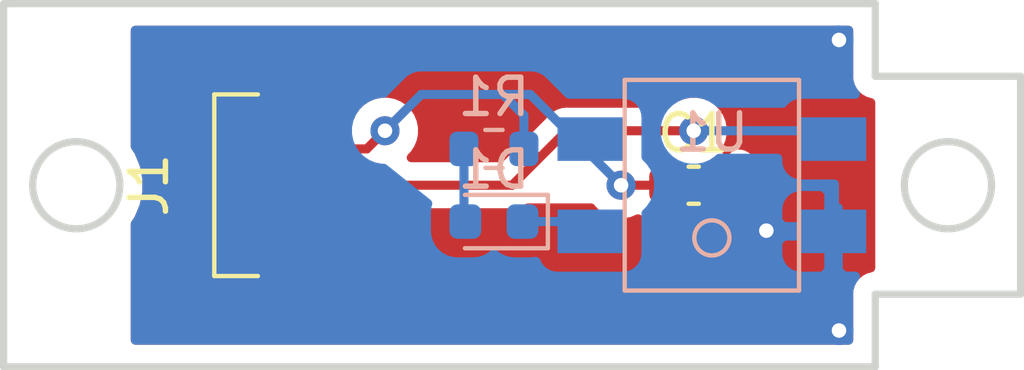
<source format=kicad_pcb>
(kicad_pcb (version 20171130) (host pcbnew "(5.1.10)-1")

  (general
    (thickness 1.6)
    (drawings 14)
    (tracks 26)
    (zones 0)
    (modules 5)
    (nets 6)
  )

  (page A4)
  (layers
    (0 F.Cu signal)
    (31 B.Cu signal)
    (32 B.Adhes user)
    (33 F.Adhes user)
    (34 B.Paste user)
    (35 F.Paste user)
    (36 B.SilkS user)
    (37 F.SilkS user)
    (38 B.Mask user)
    (39 F.Mask user)
    (40 Dwgs.User user)
    (41 Cmts.User user)
    (42 Eco1.User user)
    (43 Eco2.User user)
    (44 Edge.Cuts user)
    (45 Margin user)
    (46 B.CrtYd user)
    (47 F.CrtYd user)
    (48 B.Fab user)
    (49 F.Fab user)
  )

  (setup
    (last_trace_width 0.25)
    (user_trace_width 0.2)
    (trace_clearance 0.2)
    (zone_clearance 0.508)
    (zone_45_only no)
    (trace_min 0.2)
    (via_size 0.8)
    (via_drill 0.4)
    (via_min_size 0.4)
    (via_min_drill 0.3)
    (uvia_size 0.3)
    (uvia_drill 0.1)
    (uvias_allowed no)
    (uvia_min_size 0.2)
    (uvia_min_drill 0.1)
    (edge_width 0.05)
    (segment_width 0.2)
    (pcb_text_width 0.3)
    (pcb_text_size 1.5 1.5)
    (mod_edge_width 0.12)
    (mod_text_size 1 1)
    (mod_text_width 0.15)
    (pad_size 1.2 1.8)
    (pad_drill 0)
    (pad_to_mask_clearance 0)
    (aux_axis_origin 0 0)
    (grid_origin 100 100)
    (visible_elements 7FFFFFFF)
    (pcbplotparams
      (layerselection 0x010fc_ffffffff)
      (usegerberextensions false)
      (usegerberattributes true)
      (usegerberadvancedattributes true)
      (creategerberjobfile true)
      (excludeedgelayer true)
      (linewidth 0.100000)
      (plotframeref false)
      (viasonmask false)
      (mode 1)
      (useauxorigin false)
      (hpglpennumber 1)
      (hpglpenspeed 20)
      (hpglpendiameter 15.000000)
      (psnegative false)
      (psa4output false)
      (plotreference true)
      (plotvalue true)
      (plotinvisibletext false)
      (padsonsilk false)
      (subtractmaskfromsilk false)
      (outputformat 1)
      (mirror false)
      (drillshape 1)
      (scaleselection 1)
      (outputdirectory ""))
  )

  (net 0 "")
  (net 1 +5V)
  (net 2 GND)
  (net 3 "Net-(D1-Pad1)")
  (net 4 "Net-(D1-Pad2)")
  (net 5 "Net-(J1-Pad2)")

  (net_class Default "This is the default net class."
    (clearance 0.2)
    (trace_width 0.25)
    (via_dia 0.8)
    (via_drill 0.4)
    (uvia_dia 0.3)
    (uvia_drill 0.1)
    (add_net +5V)
    (add_net GND)
    (add_net "Net-(D1-Pad1)")
    (add_net "Net-(D1-Pad2)")
    (add_net "Net-(J1-Pad2)")
  )

  (module Capacitor_SMD:C_0603_1608Metric (layer F.Cu) (tedit 5F68FEEE) (tstamp 61F771FD)
    (at 19 5)
    (descr "Capacitor SMD 0603 (1608 Metric), square (rectangular) end terminal, IPC_7351 nominal, (Body size source: IPC-SM-782 page 76, https://www.pcb-3d.com/wordpress/wp-content/uploads/ipc-sm-782a_amendment_1_and_2.pdf), generated with kicad-footprint-generator")
    (tags capacitor)
    (path /61F613B2)
    (attr smd)
    (fp_text reference C1 (at 0 -1.43) (layer F.SilkS)
      (effects (font (size 1 1) (thickness 0.15)))
    )
    (fp_text value 0.1u (at 0 1.43) (layer F.Fab)
      (effects (font (size 1 1) (thickness 0.15)))
    )
    (fp_line (start 1.48 0.73) (end -1.48 0.73) (layer F.CrtYd) (width 0.05))
    (fp_line (start 1.48 -0.73) (end 1.48 0.73) (layer F.CrtYd) (width 0.05))
    (fp_line (start -1.48 -0.73) (end 1.48 -0.73) (layer F.CrtYd) (width 0.05))
    (fp_line (start -1.48 0.73) (end -1.48 -0.73) (layer F.CrtYd) (width 0.05))
    (fp_line (start -0.14058 0.51) (end 0.14058 0.51) (layer F.SilkS) (width 0.12))
    (fp_line (start -0.14058 -0.51) (end 0.14058 -0.51) (layer F.SilkS) (width 0.12))
    (fp_line (start 0.8 0.4) (end -0.8 0.4) (layer F.Fab) (width 0.1))
    (fp_line (start 0.8 -0.4) (end 0.8 0.4) (layer F.Fab) (width 0.1))
    (fp_line (start -0.8 -0.4) (end 0.8 -0.4) (layer F.Fab) (width 0.1))
    (fp_line (start -0.8 0.4) (end -0.8 -0.4) (layer F.Fab) (width 0.1))
    (fp_text user %R (at 0 0) (layer F.Fab)
      (effects (font (size 0.4 0.4) (thickness 0.06)))
    )
    (pad 1 smd roundrect (at -0.775 0) (size 0.9 0.95) (layers F.Cu F.Paste F.Mask) (roundrect_rratio 0.25)
      (net 1 +5V))
    (pad 2 smd roundrect (at 0.775 0) (size 0.9 0.95) (layers F.Cu F.Paste F.Mask) (roundrect_rratio 0.25)
      (net 2 GND))
    (model ${KISYS3DMOD}/Capacitor_SMD.3dshapes/C_0603_1608Metric.wrl
      (at (xyz 0 0 0))
      (scale (xyz 1 1 1))
      (rotate (xyz 0 0 0))
    )
  )

  (module Diode_SMD:D_0603_1608Metric (layer B.Cu) (tedit 5F68FEF0) (tstamp 61F771A8)
    (at 13.5 6 180)
    (descr "Diode SMD 0603 (1608 Metric), square (rectangular) end terminal, IPC_7351 nominal, (Body size source: http://www.tortai-tech.com/upload/download/2011102023233369053.pdf), generated with kicad-footprint-generator")
    (tags diode)
    (path /61F61394)
    (attr smd)
    (fp_text reference D1 (at 0 1.43) (layer B.SilkS)
      (effects (font (size 1 1) (thickness 0.15)) (justify mirror))
    )
    (fp_text value SIR19-21C/TR8 (at 0 -1.43) (layer B.Fab)
      (effects (font (size 1 1) (thickness 0.15)) (justify mirror))
    )
    (fp_line (start 1.48 -0.73) (end -1.48 -0.73) (layer B.CrtYd) (width 0.05))
    (fp_line (start 1.48 0.73) (end 1.48 -0.73) (layer B.CrtYd) (width 0.05))
    (fp_line (start -1.48 0.73) (end 1.48 0.73) (layer B.CrtYd) (width 0.05))
    (fp_line (start -1.48 -0.73) (end -1.48 0.73) (layer B.CrtYd) (width 0.05))
    (fp_line (start -1.485 -0.735) (end 0.8 -0.735) (layer B.SilkS) (width 0.12))
    (fp_line (start -1.485 0.735) (end -1.485 -0.735) (layer B.SilkS) (width 0.12))
    (fp_line (start 0.8 0.735) (end -1.485 0.735) (layer B.SilkS) (width 0.12))
    (fp_line (start 0.8 -0.4) (end 0.8 0.4) (layer B.Fab) (width 0.1))
    (fp_line (start -0.8 -0.4) (end 0.8 -0.4) (layer B.Fab) (width 0.1))
    (fp_line (start -0.8 0.1) (end -0.8 -0.4) (layer B.Fab) (width 0.1))
    (fp_line (start -0.5 0.4) (end -0.8 0.1) (layer B.Fab) (width 0.1))
    (fp_line (start 0.8 0.4) (end -0.5 0.4) (layer B.Fab) (width 0.1))
    (fp_text user %R (at 0 0) (layer B.Fab)
      (effects (font (size 0.4 0.4) (thickness 0.06)) (justify mirror))
    )
    (pad 1 smd roundrect (at -0.7875 0 180) (size 0.875 0.95) (layers B.Cu B.Paste B.Mask) (roundrect_rratio 0.25)
      (net 3 "Net-(D1-Pad1)"))
    (pad 2 smd roundrect (at 0.7875 0 180) (size 0.875 0.95) (layers B.Cu B.Paste B.Mask) (roundrect_rratio 0.25)
      (net 4 "Net-(D1-Pad2)"))
    (model ${KISYS3DMOD}/Diode_SMD.3dshapes/D_0603_1608Metric.wrl
      (at (xyz 0 0 0))
      (scale (xyz 1 1 1))
      (rotate (xyz 0 0 0))
    )
  )

  (module SH:SH_01x03 (layer F.Cu) (tedit 61FCACFD) (tstamp 61F771D7)
    (at 8 5 90)
    (path /61F613A7)
    (fp_text reference J1 (at 0 -4 90) (layer F.SilkS)
      (effects (font (size 1 1) (thickness 0.15)))
    )
    (fp_text value SH3 (at 0 1.75 90) (layer F.Fab)
      (effects (font (size 1 1) (thickness 0.15)))
    )
    (fp_line (start -2.5 -2.2) (end 2.5 -2.2) (layer F.SilkS) (width 0.12))
    (fp_line (start -2.5 -2.2) (end -2.5 -1) (layer F.SilkS) (width 0.12))
    (fp_line (start 2.5 -2.2) (end 2.5 -1) (layer F.SilkS) (width 0.12))
    (pad 3 smd rect (at 1 -2.525 90) (size 0.6 1.55) (layers F.Cu F.Paste F.Mask)
      (net 1 +5V))
    (pad 1 smd rect (at -1 -2.525 90) (size 0.6 1.55) (layers F.Cu F.Paste F.Mask)
      (net 2 GND))
    (pad 2 smd rect (at 0 -2.525 90) (size 0.6 1.55) (layers F.Cu F.Paste F.Mask)
      (net 5 "Net-(J1-Pad2)"))
    (pad MP smd rect (at -2.3 0 90) (size 1.2 1.8) (layers F.Cu F.Paste F.Mask)
      (net 2 GND))
    (pad MP smd rect (at 2.3 0 90) (size 1.2 1.8) (layers F.Cu F.Paste F.Mask)
      (net 2 GND))
  )

  (module Resistor_SMD:R_0603_1608Metric (layer B.Cu) (tedit 5F68FEEE) (tstamp 61F77152)
    (at 13.5 4 180)
    (descr "Resistor SMD 0603 (1608 Metric), square (rectangular) end terminal, IPC_7351 nominal, (Body size source: IPC-SM-782 page 72, https://www.pcb-3d.com/wordpress/wp-content/uploads/ipc-sm-782a_amendment_1_and_2.pdf), generated with kicad-footprint-generator")
    (tags resistor)
    (path /61F6139A)
    (attr smd)
    (fp_text reference R1 (at 0 1.43) (layer B.SilkS)
      (effects (font (size 1 1) (thickness 0.15)) (justify mirror))
    )
    (fp_text value 68 (at 0 -1.43) (layer B.Fab)
      (effects (font (size 1 1) (thickness 0.15)) (justify mirror))
    )
    (fp_line (start 1.48 -0.73) (end -1.48 -0.73) (layer B.CrtYd) (width 0.05))
    (fp_line (start 1.48 0.73) (end 1.48 -0.73) (layer B.CrtYd) (width 0.05))
    (fp_line (start -1.48 0.73) (end 1.48 0.73) (layer B.CrtYd) (width 0.05))
    (fp_line (start -1.48 -0.73) (end -1.48 0.73) (layer B.CrtYd) (width 0.05))
    (fp_line (start -0.237258 -0.5225) (end 0.237258 -0.5225) (layer B.SilkS) (width 0.12))
    (fp_line (start -0.237258 0.5225) (end 0.237258 0.5225) (layer B.SilkS) (width 0.12))
    (fp_line (start 0.8 -0.4125) (end -0.8 -0.4125) (layer B.Fab) (width 0.1))
    (fp_line (start 0.8 0.4125) (end 0.8 -0.4125) (layer B.Fab) (width 0.1))
    (fp_line (start -0.8 0.4125) (end 0.8 0.4125) (layer B.Fab) (width 0.1))
    (fp_line (start -0.8 -0.4125) (end -0.8 0.4125) (layer B.Fab) (width 0.1))
    (fp_text user %R (at 0 0) (layer B.Fab)
      (effects (font (size 0.4 0.4) (thickness 0.06)) (justify mirror))
    )
    (pad 1 smd roundrect (at -0.825 0 180) (size 0.8 0.95) (layers B.Cu B.Paste B.Mask) (roundrect_rratio 0.25)
      (net 1 +5V))
    (pad 2 smd roundrect (at 0.825 0 180) (size 0.8 0.95) (layers B.Cu B.Paste B.Mask) (roundrect_rratio 0.25)
      (net 4 "Net-(D1-Pad2)"))
    (model ${KISYS3DMOD}/Resistor_SMD.3dshapes/R_0603_1608Metric.wrl
      (at (xyz 0 0 0))
      (scale (xyz 1 1 1))
      (rotate (xyz 0 0 0))
    )
  )

  (module sens:S7136 (layer B.Cu) (tedit 61F47F44) (tstamp 61F7717E)
    (at 19.5 5)
    (path /61F6138D)
    (fp_text reference U1 (at 0 -1.450002) (layer B.SilkS)
      (effects (font (size 1 1) (thickness 0.15)) (justify mirror))
    )
    (fp_text value S7136 (at 0 1.450002) (layer B.Fab)
      (effects (font (size 1 1) (thickness 0.15)) (justify mirror))
    )
    (fp_circle (center 0 1.450002) (end 0 0.966668) (layer B.SilkS) (width 0.12))
    (fp_line (start -2.4 2.9) (end 2.4 2.9) (layer B.SilkS) (width 0.12))
    (fp_line (start -2.4 -2.9) (end -2.4 2.9) (layer B.SilkS) (width 0.12))
    (fp_line (start 2.4 -2.9) (end -2.4 -2.9) (layer B.SilkS) (width 0.12))
    (fp_line (start 2.4 2.9) (end 2.4 -2.9) (layer B.SilkS) (width 0.12))
    (pad 1 smd rect (at -3.35 1.27) (size 1.8 1.2) (layers B.Cu B.Paste B.Mask)
      (net 3 "Net-(D1-Pad1)"))
    (pad 2 smd rect (at -3.35 -1.27) (size 1.8 1.2) (layers B.Cu B.Paste B.Mask)
      (net 1 +5V))
    (pad 3 smd rect (at 3.35 -1.27) (size 1.8 1.2) (layers B.Cu B.Paste B.Mask)
      (net 5 "Net-(J1-Pad2)"))
    (pad 4 smd rect (at 3.35 1.27) (size 1.8 1.2) (layers B.Cu B.Paste B.Mask)
      (net 2 GND))
  )

  (gr_circle (center 2 4.999999) (end 3.2 4.999999) (layer Edge.Cuts) (width 0.2))
  (gr_circle (center 26 4.999999) (end 27.2 4.999999) (layer Edge.Cuts) (width 0.2))
  (gr_line (start 27.999999 7.999999) (end 27.999999 1.999999) (layer Edge.Cuts) (width 0.2))
  (gr_line (start 23.999999 7.999999) (end 27.999999 7.999999) (layer Edge.Cuts) (width 0.2))
  (gr_line (start 23.999999 9.999999) (end 23.999999 7.999999) (layer Edge.Cuts) (width 0.2))
  (gr_line (start 0 9.999999) (end 23.999999 9.999999) (layer Edge.Cuts) (width 0.2))
  (gr_line (start 0 0) (end 0 9.999999) (layer Edge.Cuts) (width 0.2))
  (gr_line (start 23.999999 0) (end 0 0) (layer Edge.Cuts) (width 0.2))
  (gr_line (start 23.999999 2) (end 23.999999 0) (layer Edge.Cuts) (width 0.2))
  (gr_line (start 27.999999 1.999999) (end 23.999999 2) (layer Edge.Cuts) (width 0.2))
  (gr_line (start 23.5 2) (end 4 2) (layer Dwgs.User) (width 0.15) (tstamp 61F77131))
  (gr_line (start 23.5 8) (end 23.5 2) (layer Dwgs.User) (width 0.15) (tstamp 61F7713D))
  (gr_line (start 4 8) (end 23.5 8) (layer Dwgs.User) (width 0.15) (tstamp 61F77128))
  (gr_line (start 4 2) (end 4 8) (layer Dwgs.User) (width 0.15) (tstamp 61F77140))

  (segment (start 15.88 4) (end 16.15 3.73) (width 0.25) (layer B.Cu) (net 1) (tstamp 61F77239))
  (via (at 17 5) (size 0.8) (drill 0.4) (layers F.Cu B.Cu) (net 1) (tstamp 61F77284))
  (segment (start 18.225 5) (end 17 5) (width 0.25) (layer F.Cu) (net 1) (tstamp 61F7723F))
  (segment (start 17 5) (end 14.5 2.5) (width 0.25) (layer B.Cu) (net 1) (tstamp 61F7726C))
  (via (at 10.5 3.5) (size 0.8) (drill 0.4) (layers F.Cu B.Cu) (net 1) (tstamp 61F77281))
  (segment (start 11.5 2.5) (end 10.5 3.5) (width 0.25) (layer B.Cu) (net 1) (tstamp 61F77251))
  (segment (start 10 4) (end 5.475 4) (width 0.25) (layer F.Cu) (net 1) (tstamp 61F7724E))
  (segment (start 10.5 3.5) (end 10 4) (width 0.25) (layer F.Cu) (net 1) (tstamp 61F77248))
  (segment (start 13 2.5) (end 13.75 2.5) (width 0.25) (layer B.Cu) (net 1) (tstamp 61F77254))
  (segment (start 14.5 2.5) (end 13 2.5) (width 0.25) (layer B.Cu) (net 1) (tstamp 61F77269))
  (segment (start 13 2.5) (end 11.5 2.5) (width 0.25) (layer B.Cu) (net 1) (tstamp 61F7725A))
  (segment (start 14.325 3.075) (end 14.325 4) (width 0.25) (layer B.Cu) (net 1) (tstamp 61F77260))
  (segment (start 13.75 2.5) (end 14.325 3.075) (width 0.25) (layer B.Cu) (net 1) (tstamp 61F7724B))
  (via (at 23 9) (size 0.8) (drill 0.4) (layers F.Cu B.Cu) (net 2) (tstamp 61F7726F))
  (via (at 23 1) (size 0.8) (drill 0.4) (layers F.Cu B.Cu) (net 2) (tstamp 61F77278))
  (via (at 21 6.25) (size 0.8) (drill 0.4) (layers F.Cu B.Cu) (net 2) (tstamp 61F77275))
  (segment (start 15.88 6) (end 16.15 6.27) (width 0.25) (layer B.Cu) (net 3) (tstamp 61F77245))
  (segment (start 14.2875 6) (end 15.88 6) (width 0.25) (layer B.Cu) (net 3) (tstamp 61F77242))
  (segment (start 12.675 5.9625) (end 12.7125 6) (width 0.25) (layer B.Cu) (net 4) (tstamp 61F77236))
  (segment (start 12.675 4) (end 12.675 5.9625) (width 0.25) (layer B.Cu) (net 4) (tstamp 61F7723C))
  (segment (start 5.475 5) (end 14 5) (width 0.25) (layer F.Cu) (net 5) (tstamp 61F77233))
  (via (at 19 3.5) (size 0.8) (drill 0.4) (layers F.Cu B.Cu) (net 5) (tstamp 61F77272))
  (segment (start 15.5 3.5) (end 19 3.5) (width 0.25) (layer F.Cu) (net 5) (tstamp 61F77266))
  (segment (start 14 5) (end 15.5 3.5) (width 0.25) (layer F.Cu) (net 5) (tstamp 61F77263))
  (segment (start 22.62 3.5) (end 22.85 3.73) (width 0.25) (layer B.Cu) (net 5) (tstamp 61F7725D))
  (segment (start 19 3.5) (end 22.62 3.5) (width 0.25) (layer B.Cu) (net 5) (tstamp 61F77257))

  (zone (net 0) (net_name "") (layer B.Cu) (tstamp 61F7722A) (hatch edge 0.508)
    (connect_pads (clearance 0.508))
    (min_thickness 0.254)
    (keepout (tracks allowed) (vias allowed) (copperpour not_allowed))
    (fill (arc_segments 32) (thermal_gap 0.508) (thermal_bridge_width 0.508))
    (polygon
      (pts
        (xy 10 4) (xy 11.5 2.5) (xy 12.5 2.5) (xy 12.5 6)
      )
    )
  )
  (zone (net 2) (net_name GND) (layer B.Cu) (tstamp 61F7722D) (hatch edge 0.508)
    (connect_pads (clearance 0.508))
    (min_thickness 0.254)
    (fill yes (arc_segments 32) (thermal_gap 0.508) (thermal_bridge_width 0.508))
    (polygon
      (pts
        (xy 0 0) (xy 24 0) (xy 24 2) (xy 28 2) (xy 28 8)
        (xy 24 8) (xy 24 10) (xy 0 10)
      )
    )
    (filled_polygon
      (pts
        (xy 23.264999 1.963902) (xy 23.261444 2) (xy 23.264999 2.036095) (xy 23.264999 2.036104) (xy 23.275634 2.144084)
        (xy 23.317662 2.282632) (xy 23.385912 2.410319) (xy 23.452887 2.491928) (xy 21.95 2.491928) (xy 21.825518 2.504188)
        (xy 21.70582 2.540498) (xy 21.595506 2.599463) (xy 21.498815 2.678815) (xy 21.448602 2.74) (xy 19.703711 2.74)
        (xy 19.659774 2.696063) (xy 19.490256 2.582795) (xy 19.301898 2.504774) (xy 19.101939 2.465) (xy 18.898061 2.465)
        (xy 18.698102 2.504774) (xy 18.509744 2.582795) (xy 18.340226 2.696063) (xy 18.196063 2.840226) (xy 18.082795 3.009744)
        (xy 18.004774 3.198102) (xy 17.965 3.398061) (xy 17.965 3.601939) (xy 18.004774 3.801898) (xy 18.082795 3.990256)
        (xy 18.196063 4.159774) (xy 18.340226 4.303937) (xy 18.509744 4.417205) (xy 18.698102 4.495226) (xy 18.898061 4.535)
        (xy 19.101939 4.535) (xy 19.301898 4.495226) (xy 19.490256 4.417205) (xy 19.659774 4.303937) (xy 19.703711 4.26)
        (xy 21.311928 4.26) (xy 21.311928 4.33) (xy 21.324188 4.454482) (xy 21.360498 4.57418) (xy 21.419463 4.684494)
        (xy 21.498815 4.781185) (xy 21.595506 4.860537) (xy 21.70582 4.919502) (xy 21.825518 4.955812) (xy 21.95 4.968072)
        (xy 22.873 4.968072) (xy 22.873 5.5) (xy 22.87544 5.524776) (xy 22.882667 5.548601) (xy 22.894403 5.570557)
        (xy 22.910197 5.589803) (xy 22.929443 5.605597) (xy 22.951399 5.617333) (xy 22.975224 5.62456) (xy 22.977 5.624735)
        (xy 22.977 6.143) (xy 22.997 6.143) (xy 22.997 6.397) (xy 22.977 6.397) (xy 22.977 7.34625)
        (xy 23.13575 7.505) (xy 23.4541 7.506592) (xy 23.385912 7.589679) (xy 23.317662 7.717366) (xy 23.275634 7.855914)
        (xy 23.261443 7.999999) (xy 23.265 8.036114) (xy 23.264999 9.264999) (xy 3.627 9.264999) (xy 3.627 6.066984)
        (xy 3.724156 5.92158) (xy 3.870818 5.567506) (xy 3.945586 5.191623) (xy 3.945586 4.808375) (xy 3.870818 4.432492)
        (xy 3.724156 4.078418) (xy 3.627 3.933014) (xy 3.627 3.398061) (xy 9.465 3.398061) (xy 9.465 3.601939)
        (xy 9.504774 3.801898) (xy 9.582795 3.990256) (xy 9.696063 4.159774) (xy 9.840226 4.303937) (xy 10.009744 4.417205)
        (xy 10.198102 4.495226) (xy 10.398061 4.535) (xy 10.465451 4.535) (xy 11.675664 5.50317) (xy 11.653392 5.576592)
        (xy 11.636928 5.74375) (xy 11.636928 6.25625) (xy 11.653392 6.423408) (xy 11.70215 6.584142) (xy 11.781329 6.732275)
        (xy 11.887885 6.862115) (xy 12.017725 6.968671) (xy 12.165858 7.04785) (xy 12.326592 7.096608) (xy 12.49375 7.113072)
        (xy 12.93125 7.113072) (xy 13.098408 7.096608) (xy 13.259142 7.04785) (xy 13.407275 6.968671) (xy 13.5 6.892574)
        (xy 13.592725 6.968671) (xy 13.740858 7.04785) (xy 13.901592 7.096608) (xy 14.06875 7.113072) (xy 14.50625 7.113072)
        (xy 14.655697 7.098352) (xy 14.660498 7.11418) (xy 14.719463 7.224494) (xy 14.798815 7.321185) (xy 14.895506 7.400537)
        (xy 15.00582 7.459502) (xy 15.125518 7.495812) (xy 15.25 7.508072) (xy 17.05 7.508072) (xy 17.174482 7.495812)
        (xy 17.29418 7.459502) (xy 17.404494 7.400537) (xy 17.501185 7.321185) (xy 17.580537 7.224494) (xy 17.639502 7.11418)
        (xy 17.675812 6.994482) (xy 17.688072 6.87) (xy 21.311928 6.87) (xy 21.324188 6.994482) (xy 21.360498 7.11418)
        (xy 21.419463 7.224494) (xy 21.498815 7.321185) (xy 21.595506 7.400537) (xy 21.70582 7.459502) (xy 21.825518 7.495812)
        (xy 21.95 7.508072) (xy 22.56425 7.505) (xy 22.723 7.34625) (xy 22.723 6.397) (xy 21.47375 6.397)
        (xy 21.315 6.55575) (xy 21.311928 6.87) (xy 17.688072 6.87) (xy 17.688072 5.775639) (xy 17.793711 5.67)
        (xy 21.311928 5.67) (xy 21.315 5.98425) (xy 21.47375 6.143) (xy 22.723 6.143) (xy 22.723 5.19375)
        (xy 22.56425 5.035) (xy 21.95 5.031928) (xy 21.825518 5.044188) (xy 21.70582 5.080498) (xy 21.595506 5.139463)
        (xy 21.498815 5.218815) (xy 21.419463 5.315506) (xy 21.360498 5.42582) (xy 21.324188 5.545518) (xy 21.311928 5.67)
        (xy 17.793711 5.67) (xy 17.803937 5.659774) (xy 17.917205 5.490256) (xy 17.995226 5.301898) (xy 18.035 5.101939)
        (xy 18.035 4.898061) (xy 17.995226 4.698102) (xy 17.917205 4.509744) (xy 17.803937 4.340226) (xy 17.688072 4.224361)
        (xy 17.688072 3.13) (xy 17.675812 3.005518) (xy 17.639502 2.88582) (xy 17.580537 2.775506) (xy 17.501185 2.678815)
        (xy 17.404494 2.599463) (xy 17.29418 2.540498) (xy 17.174482 2.504188) (xy 17.05 2.491928) (xy 15.566729 2.491928)
        (xy 15.063804 1.989003) (xy 15.040001 1.959999) (xy 14.924276 1.865026) (xy 14.792247 1.794454) (xy 14.648986 1.750997)
        (xy 14.537333 1.74) (xy 14.537322 1.74) (xy 14.5 1.736324) (xy 14.462678 1.74) (xy 13.787322 1.74)
        (xy 13.75 1.736324) (xy 13.712678 1.74) (xy 11.537333 1.74) (xy 11.5 1.736323) (xy 11.462667 1.74)
        (xy 11.351014 1.750997) (xy 11.207753 1.794454) (xy 11.075724 1.865026) (xy 10.959999 1.959999) (xy 10.936201 1.988997)
        (xy 10.460199 2.465) (xy 10.398061 2.465) (xy 10.198102 2.504774) (xy 10.009744 2.582795) (xy 9.840226 2.696063)
        (xy 9.696063 2.840226) (xy 9.582795 3.009744) (xy 9.504774 3.198102) (xy 9.465 3.398061) (xy 3.627 3.398061)
        (xy 3.627 0.735) (xy 23.265 0.735)
      )
    )
  )
  (zone (net 0) (net_name "") (layer B.Cu) (tstamp 61F77227) (hatch edge 0.508)
    (connect_pads (clearance 0.508))
    (min_thickness 0.254)
    (keepout (tracks allowed) (vias allowed) (copperpour not_allowed))
    (fill (arc_segments 32) (thermal_gap 0.508) (thermal_bridge_width 0.508))
    (polygon
      (pts
        (xy 24 2) (xy 28 2) (xy 28 8) (xy 24 8)
      )
    )
  )
  (zone (net 0) (net_name "") (layer B.Cu) (tstamp 61F77230) (hatch edge 0.508)
    (connect_pads (clearance 0.508))
    (min_thickness 0.254)
    (keepout (tracks allowed) (vias allowed) (copperpour not_allowed))
    (fill (arc_segments 32) (thermal_gap 0.508) (thermal_bridge_width 0.508))
    (polygon
      (pts
        (xy 23 4.5) (xy 24 4.5) (xy 24 5.5) (xy 23 5.5)
      )
    )
  )
  (zone (net 2) (net_name GND) (layer F.Cu) (tstamp 61F7721E) (hatch edge 0.508)
    (connect_pads (clearance 0.508))
    (min_thickness 0.254)
    (fill yes (arc_segments 32) (thermal_gap 0.508) (thermal_bridge_width 0.508))
    (polygon
      (pts
        (xy 0 0) (xy 24 0) (xy 24 2) (xy 28 2) (xy 28 8)
        (xy 24 8) (xy 24 10) (xy 0 10)
      )
    )
    (filled_polygon
      (pts
        (xy 23.264999 1.963902) (xy 23.261444 2) (xy 23.264999 2.036095) (xy 23.264999 2.036104) (xy 23.275634 2.144084)
        (xy 23.317662 2.282632) (xy 23.385912 2.410319) (xy 23.477761 2.522237) (xy 23.589679 2.614087) (xy 23.717366 2.682337)
        (xy 23.855914 2.724365) (xy 23.873 2.726048) (xy 23.873 7.273951) (xy 23.855914 7.275634) (xy 23.717366 7.317662)
        (xy 23.589679 7.385912) (xy 23.477761 7.477761) (xy 23.385912 7.589679) (xy 23.317662 7.717366) (xy 23.275634 7.855914)
        (xy 23.261443 7.999999) (xy 23.265 8.036114) (xy 23.264999 9.264999) (xy 3.627 9.264999) (xy 3.627 7.9)
        (xy 6.461928 7.9) (xy 6.474188 8.024482) (xy 6.510498 8.14418) (xy 6.569463 8.254494) (xy 6.648815 8.351185)
        (xy 6.745506 8.430537) (xy 6.85582 8.489502) (xy 6.975518 8.525812) (xy 7.1 8.538072) (xy 7.71425 8.535)
        (xy 7.873 8.37625) (xy 7.873 7.427) (xy 8.127 7.427) (xy 8.127 8.37625) (xy 8.28575 8.535)
        (xy 8.9 8.538072) (xy 9.024482 8.525812) (xy 9.14418 8.489502) (xy 9.254494 8.430537) (xy 9.351185 8.351185)
        (xy 9.430537 8.254494) (xy 9.489502 8.14418) (xy 9.525812 8.024482) (xy 9.538072 7.9) (xy 9.535 7.58575)
        (xy 9.37625 7.427) (xy 8.127 7.427) (xy 7.873 7.427) (xy 6.62375 7.427) (xy 6.465 7.58575)
        (xy 6.461928 7.9) (xy 3.627 7.9) (xy 3.627 6.3) (xy 4.061928 6.3) (xy 4.074188 6.424482)
        (xy 4.110498 6.54418) (xy 4.169463 6.654494) (xy 4.248815 6.751185) (xy 4.345506 6.830537) (xy 4.45582 6.889502)
        (xy 4.575518 6.925812) (xy 4.7 6.938072) (xy 5.18925 6.935) (xy 5.348 6.77625) (xy 5.348 6.127)
        (xy 5.602 6.127) (xy 5.602 6.77625) (xy 5.76075 6.935) (xy 6.25 6.938072) (xy 6.374482 6.925812)
        (xy 6.46387 6.898696) (xy 6.465 7.01425) (xy 6.62375 7.173) (xy 7.873 7.173) (xy 7.873 6.22375)
        (xy 8.127 6.22375) (xy 8.127 7.173) (xy 9.37625 7.173) (xy 9.535 7.01425) (xy 9.538072 6.7)
        (xy 9.525812 6.575518) (xy 9.489502 6.45582) (xy 9.430537 6.345506) (xy 9.351185 6.248815) (xy 9.254494 6.169463)
        (xy 9.14418 6.110498) (xy 9.024482 6.074188) (xy 8.9 6.061928) (xy 8.28575 6.065) (xy 8.127 6.22375)
        (xy 7.873 6.22375) (xy 7.71425 6.065) (xy 7.1 6.061928) (xy 6.975518 6.074188) (xy 6.85582 6.110498)
        (xy 6.760629 6.161379) (xy 6.72625 6.127) (xy 5.602 6.127) (xy 5.348 6.127) (xy 4.22375 6.127)
        (xy 4.065 6.28575) (xy 4.061928 6.3) (xy 3.627 6.3) (xy 3.627 6.066984) (xy 3.724156 5.92158)
        (xy 3.870818 5.567506) (xy 3.945586 5.191623) (xy 3.945586 4.808375) (xy 3.870818 4.432492) (xy 3.724156 4.078418)
        (xy 3.627 3.933014) (xy 3.627 3.7) (xy 4.061928 3.7) (xy 4.061928 4.3) (xy 4.074188 4.424482)
        (xy 4.097096 4.5) (xy 4.074188 4.575518) (xy 4.061928 4.7) (xy 4.061928 5.3) (xy 4.074188 5.424482)
        (xy 4.097096 5.5) (xy 4.074188 5.575518) (xy 4.061928 5.7) (xy 4.065 5.71425) (xy 4.22375 5.873)
        (xy 4.424947 5.873) (xy 4.45582 5.889502) (xy 4.575518 5.925812) (xy 4.7 5.938072) (xy 6.25 5.938072)
        (xy 6.374482 5.925812) (xy 6.49418 5.889502) (xy 6.525053 5.873) (xy 6.72625 5.873) (xy 6.83925 5.76)
        (xy 13.962678 5.76) (xy 14 5.763676) (xy 14.037322 5.76) (xy 14.037333 5.76) (xy 14.148986 5.749003)
        (xy 14.292247 5.705546) (xy 14.424276 5.634974) (xy 14.433992 5.627) (xy 16.174164 5.627) (xy 16.196063 5.659774)
        (xy 16.340226 5.803937) (xy 16.509744 5.917205) (xy 16.698102 5.995226) (xy 16.898061 6.035) (xy 17.101939 6.035)
        (xy 17.301898 5.995226) (xy 17.469534 5.925789) (xy 17.520503 5.967618) (xy 17.669717 6.047375) (xy 17.831623 6.096488)
        (xy 18 6.113072) (xy 18.45 6.113072) (xy 18.618377 6.096488) (xy 18.780283 6.047375) (xy 18.926351 5.9693)
        (xy 18.970506 6.005537) (xy 19.08082 6.064502) (xy 19.200518 6.100812) (xy 19.325 6.113072) (xy 19.48925 6.11)
        (xy 19.648 5.95125) (xy 19.648 5.127) (xy 19.902 5.127) (xy 19.902 5.95125) (xy 20.06075 6.11)
        (xy 20.225 6.113072) (xy 20.349482 6.100812) (xy 20.46918 6.064502) (xy 20.579494 6.005537) (xy 20.676185 5.926185)
        (xy 20.755537 5.829494) (xy 20.814502 5.71918) (xy 20.850812 5.599482) (xy 20.863072 5.475) (xy 20.86 5.28575)
        (xy 20.70125 5.127) (xy 19.902 5.127) (xy 19.648 5.127) (xy 19.628 5.127) (xy 19.628 4.873)
        (xy 19.648 4.873) (xy 19.648 4.853) (xy 19.902 4.853) (xy 19.902 4.873) (xy 20.70125 4.873)
        (xy 20.86 4.71425) (xy 20.863072 4.525) (xy 20.850812 4.400518) (xy 20.814502 4.28082) (xy 20.755537 4.170506)
        (xy 20.676185 4.073815) (xy 20.579494 3.994463) (xy 20.46918 3.935498) (xy 20.349482 3.899188) (xy 20.225 3.886928)
        (xy 20.06075 3.89) (xy 19.902002 4.048748) (xy 19.902002 4.013009) (xy 19.917205 3.990256) (xy 19.995226 3.801898)
        (xy 20.035 3.601939) (xy 20.035 3.398061) (xy 19.995226 3.198102) (xy 19.917205 3.009744) (xy 19.803937 2.840226)
        (xy 19.659774 2.696063) (xy 19.490256 2.582795) (xy 19.301898 2.504774) (xy 19.101939 2.465) (xy 18.898061 2.465)
        (xy 18.698102 2.504774) (xy 18.509744 2.582795) (xy 18.340226 2.696063) (xy 18.296289 2.74) (xy 15.537322 2.74)
        (xy 15.499999 2.736324) (xy 15.462676 2.74) (xy 15.462667 2.74) (xy 15.351014 2.750997) (xy 15.207753 2.794454)
        (xy 15.075724 2.865026) (xy 14.959999 2.959999) (xy 14.936201 2.988997) (xy 13.685199 4.24) (xy 11.223711 4.24)
        (xy 11.303937 4.159774) (xy 11.417205 3.990256) (xy 11.495226 3.801898) (xy 11.535 3.601939) (xy 11.535 3.398061)
        (xy 11.495226 3.198102) (xy 11.417205 3.009744) (xy 11.303937 2.840226) (xy 11.159774 2.696063) (xy 10.990256 2.582795)
        (xy 10.801898 2.504774) (xy 10.601939 2.465) (xy 10.398061 2.465) (xy 10.198102 2.504774) (xy 10.009744 2.582795)
        (xy 9.840226 2.696063) (xy 9.696063 2.840226) (xy 9.582795 3.009744) (xy 9.536331 3.121917) (xy 9.535 2.98575)
        (xy 9.37625 2.827) (xy 8.127 2.827) (xy 8.127 2.847) (xy 7.873 2.847) (xy 7.873 2.827)
        (xy 6.62375 2.827) (xy 6.465 2.98575) (xy 6.46387 3.101304) (xy 6.374482 3.074188) (xy 6.25 3.061928)
        (xy 4.7 3.061928) (xy 4.575518 3.074188) (xy 4.45582 3.110498) (xy 4.345506 3.169463) (xy 4.248815 3.248815)
        (xy 4.169463 3.345506) (xy 4.110498 3.45582) (xy 4.074188 3.575518) (xy 4.061928 3.7) (xy 3.627 3.7)
        (xy 3.627 2.1) (xy 6.461928 2.1) (xy 6.465 2.41425) (xy 6.62375 2.573) (xy 7.873 2.573)
        (xy 7.873 1.62375) (xy 8.127 1.62375) (xy 8.127 2.573) (xy 9.37625 2.573) (xy 9.535 2.41425)
        (xy 9.538072 2.1) (xy 9.525812 1.975518) (xy 9.489502 1.85582) (xy 9.430537 1.745506) (xy 9.351185 1.648815)
        (xy 9.254494 1.569463) (xy 9.14418 1.510498) (xy 9.024482 1.474188) (xy 8.9 1.461928) (xy 8.28575 1.465)
        (xy 8.127 1.62375) (xy 7.873 1.62375) (xy 7.71425 1.465) (xy 7.1 1.461928) (xy 6.975518 1.474188)
        (xy 6.85582 1.510498) (xy 6.745506 1.569463) (xy 6.648815 1.648815) (xy 6.569463 1.745506) (xy 6.510498 1.85582)
        (xy 6.474188 1.975518) (xy 6.461928 2.1) (xy 3.627 2.1) (xy 3.627 0.735) (xy 23.265 0.735)
      )
    )
  )
  (zone (net 0) (net_name "") (layer F.Cu) (tstamp 61F77224) (hatch edge 0.508)
    (connect_pads (clearance 0.508))
    (min_thickness 0.254)
    (keepout (tracks allowed) (vias allowed) (copperpour not_allowed))
    (fill (arc_segments 32) (thermal_gap 0.508) (thermal_bridge_width 0.508))
    (polygon
      (pts
        (xy 24 2) (xy 28 2) (xy 28 8) (xy 24 8)
      )
    )
  )
  (zone (net 0) (net_name "") (layer F.Cu) (tstamp 61F77221) (hatch edge 0.508)
    (connect_pads (clearance 0.508))
    (min_thickness 0.254)
    (keepout (tracks allowed) (vias allowed) (copperpour not_allowed))
    (fill (arc_segments 32) (thermal_gap 0.508) (thermal_bridge_width 0.508))
    (polygon
      (pts
        (xy 16 3.5) (xy 17 3.5) (xy 17 5.5) (xy 14 5.5)
      )
    )
  )
  (zone (net 0) (net_name "") (layers F&B.Cu) (tstamp 0) (hatch edge 0.508)
    (connect_pads (clearance 0.508))
    (min_thickness 0.254)
    (keepout (tracks allowed) (vias allowed) (copperpour not_allowed))
    (fill (arc_segments 32) (thermal_gap 0.508) (thermal_bridge_width 0.508))
    (polygon
      (pts
        (xy 3.5 10) (xy 0 10) (xy 0 0) (xy 3.5 0)
      )
    )
  )
)

</source>
